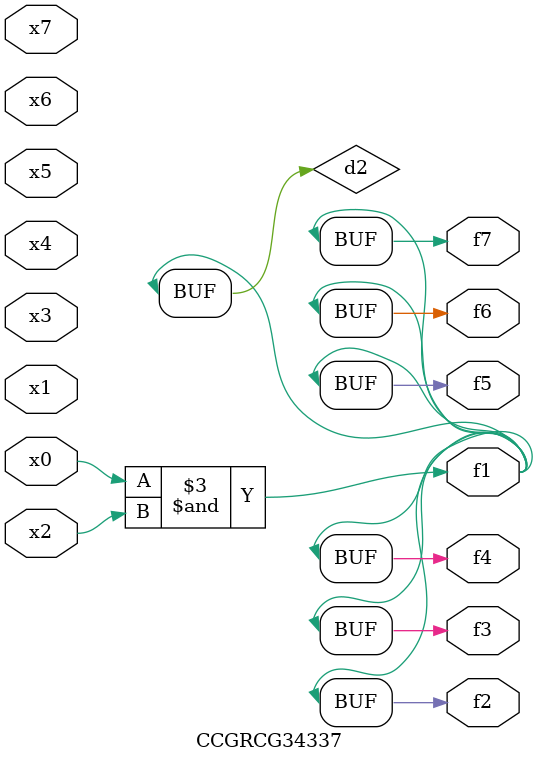
<source format=v>
module CCGRCG34337(
	input x0, x1, x2, x3, x4, x5, x6, x7,
	output f1, f2, f3, f4, f5, f6, f7
);

	wire d1, d2;

	nor (d1, x3, x6);
	and (d2, x0, x2);
	assign f1 = d2;
	assign f2 = d2;
	assign f3 = d2;
	assign f4 = d2;
	assign f5 = d2;
	assign f6 = d2;
	assign f7 = d2;
endmodule

</source>
